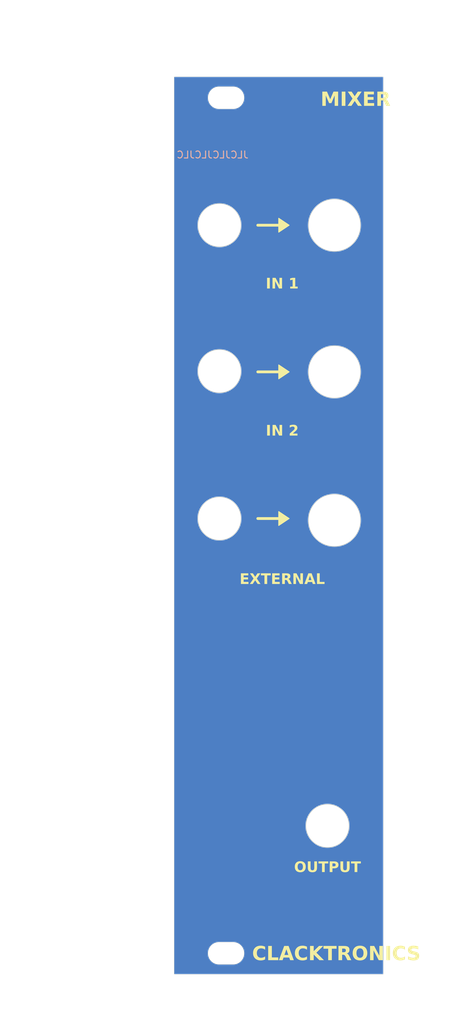
<source format=kicad_pcb>
(kicad_pcb (version 20221018) (generator pcbnew)
  (layers (0 "F.Cu" signal) (31 "B.Cu" signal) (34 "B.Paste" user) (35 "F.Paste" user) (36 "B.SilkS" user "B.Silkscreen") (37 "F.SilkS" user "F.Silkscreen") (38 "B.Mask" user) (39 "F.Mask" user) (44 "Edge.Cuts" user))
  (net 0 "")
  (gr_poly (pts (xy 132.5 47.75) (xy 131 46.75) (xy 131 48.75)) (stroke (width 0.12)) (fill solid) (layer "F.SilkS"))
  (gr_line (start 128 89.75) (end 132 89.75) (stroke (width 0.4)) (layer "F.SilkS"))
  (gr_poly (pts (xy 132.5 68.75) (xy 131 67.75) (xy 131 69.75)) (stroke (width 0.12)) (fill solid) (layer "F.SilkS"))
  (gr_poly (pts (xy 132.5 89.75) (xy 131 88.75) (xy 131 90.75)) (stroke (width 0.12)) (fill solid) (layer "F.SilkS"))
  (gr_line (start 128 68.75) (end 132 68.75) (stroke (width 0.4)) (layer "F.SilkS"))
  (gr_line (start 128 47.75) (end 132 47.75) (stroke (width 0.4)) (layer "F.SilkS"))
  (gr_line (start 122.45 31.1) (end 124.45 31.1) (stroke (width 0.05)) (layer "Edge.Cuts"))
  (gr_circle (center 139 90) (end 142.75 90) (stroke (width 0.1)) (fill none) (layer "Edge.Cuts"))
  (gr_arc (start 124.45 150.4) (mid 126.05 152) (end 124.45 153.6) (stroke (width 0.05)) (layer "Edge.Cuts"))
  (gr_circle (center 138 133.75) (end 141.1 133.75) (stroke (width 0.1)) (fill none) (layer "Edge.Cuts"))
  (gr_circle (center 122.5 68.65) (end 125.6 68.65) (stroke (width 0.1)) (fill none) (layer "Edge.Cuts"))
  (gr_circle (center 122.5 89.75) (end 125.6 89.75) (stroke (width 0.1)) (fill none) (layer "Edge.Cuts"))
  (gr_line (start 124.45 150.4) (end 122.45 150.4) (stroke (width 0.05)) (layer "Edge.Cuts"))
  (gr_arc (start 122.45 31.1) (mid 120.85 29.5) (end 122.45 27.9) (stroke (width 0.05)) (layer "Edge.Cuts"))
  (gr_arc (start 124.45 27.9) (mid 126.05 29.5) (end 124.45 31.1) (stroke (width 0.05)) (layer "Edge.Cuts"))
  (gr_line (start 116 26.5) (end 146 26.5) (stroke (width 0.05)) (layer "Edge.Cuts"))
  (gr_line (start 146 155) (end 116 155) (stroke (width 0.05)) (layer "Edge.Cuts"))
  (gr_line (start 116 155) (end 116 26.5) (stroke (width 0.05)) (layer "Edge.Cuts"))
  (gr_line (start 122.45 153.6) (end 124.45 153.6) (stroke (width 0.05)) (layer "Edge.Cuts"))
  (gr_line (start 124.45 27.9) (end 122.45 27.9) (stroke (width 0.05)) (layer "Edge.Cuts"))
  (gr_line (start 146 26.5) (end 146 155) (stroke (width 0.05)) (layer "Edge.Cuts"))
  (gr_circle (center 139 68.75) (end 142.75 68.75) (stroke (width 0.1)) (fill none) (layer "Edge.Cuts"))
  (gr_arc (start 122.45 153.6) (mid 120.85 152) (end 122.45 150.4) (stroke (width 0.05)) (layer "Edge.Cuts"))
  (gr_circle (center 139 47.75) (end 142.75 47.75) (stroke (width 0.1)) (fill none) (layer "Edge.Cuts"))
  (gr_circle (center 122.5 47.75) (end 125.6 47.75) (stroke (width 0.1)) (fill none) (layer "Edge.Cuts"))
  (gr_text "JLCJLCJLCJLC" (at 126.75 38.25) (layer "B.SilkS") (effects (font (size 1 1)) (justify left bottom mirror)))
  (gr_text "OUTPUT" (at 138 139.75) (layer "F.SilkS") (effects (font (size 1.5 1.5))))
  (gr_text "IN 1" (at 131.5 56.19) (layer "F.SilkS") (effects (font (size 1.5 1.5))))
  (gr_text "EXTERNAL" (at 131.51 98.5) (layer "F.SilkS") (effects (font (size 1.5 1.5))))
  (gr_text "CLACKTRONICS" (at 127.18 153.33) (layer "F.SilkS") (effects (font (size 2 2) (thickness 0.2) bold) (justify left bottom)))
  (gr_text "IN 2" (at 131.51 77.25) (layer "F.SilkS") (effects (font (size 1.5 1.5))))
  (gr_text "MIXER" (at 137 31) (layer "F.SilkS") (effects (font (size 2 2)) (justify left bottom)))
  (zone (net 0) (net_name "") (layer "B.Cu") (connect_pads (clearance 0.508)) (min_thickness 0.25) (fill yes (thermal_gap 0.5) (thermal_bridge_width 0.5) (island_removal_mode 1) (island_area_min 10))
    (polygon (pts (xy 115 25.75) (xy 115.5 155.25) (xy 146.5 155.25) (xy 146.5 25.75)))
  )
)
</source>
